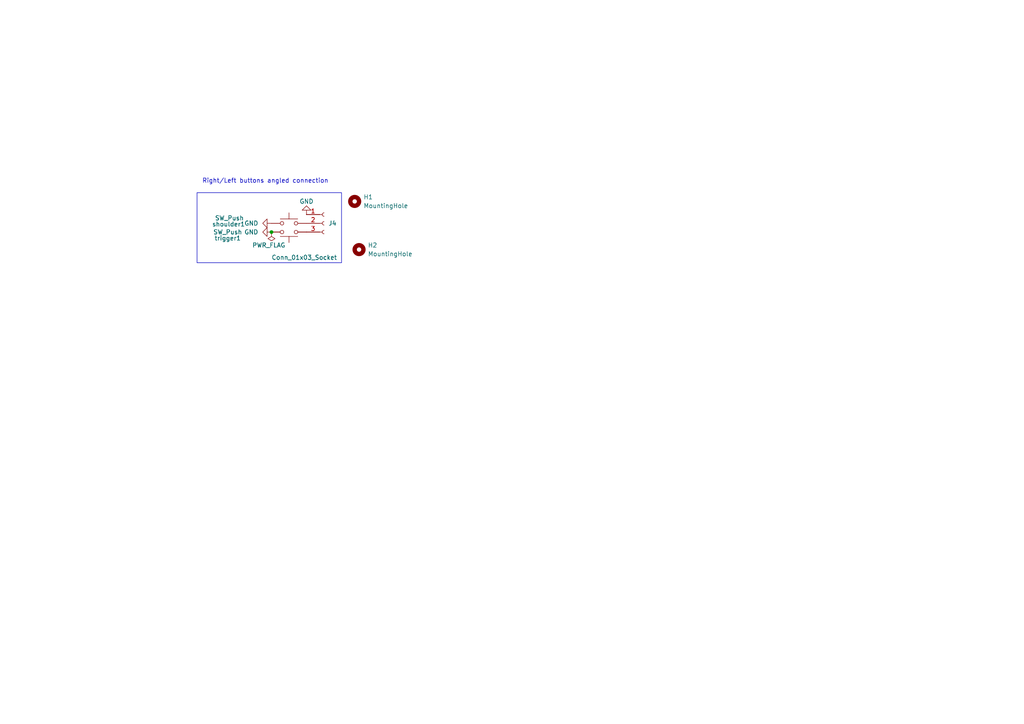
<source format=kicad_sch>
(kicad_sch (version 20250114) (generator "eeschema") (generator_version "9.0")
  (paper "A4")
  (title_block (title "STM32 HID Controller PCB") (date "1/7/26") (rev "0.1"))
  (lib_symbols
    (symbol "Connector:Conn_01x03_Socket" (pin_names (offset 1.016) (hide yes))
      (property "Reference" "J" (at 0 5.08 0))
      (property "Value" "Conn_01x03_Socket" (at 0 -5.08 0))
      (symbol "Conn_01x03_Socket_1_1"
        (polyline (pts (xy -1.27 2.54) (xy -0.508 2.54)) (stroke (width 0.1524)))
        (polyline (pts (xy -1.27 0) (xy -0.508 0)) (stroke (width 0.1524)))
        (polyline (pts (xy -1.27 -2.54) (xy -0.508 -2.54)) (stroke (width 0.1524)))
        (arc (start 0 2.032) (mid -0.5058 2.54) (end 0 3.048) (stroke (width 0.1524)))
        (arc (start 0 -0.508) (mid -0.5058 0) (end 0 0.508) (stroke (width 0.1524)))
        (arc (start 0 -3.048) (mid -0.5058 -2.54) (end 0 -2.032) (stroke (width 0.1524)))
        (pin passive line (at -5.08 2.54 0) (length 3.81) (name "Pin_1") (number "1"))
        (pin passive line (at -5.08 0 0) (length 3.81) (name "Pin_2") (number "2"))
        (pin passive line (at -5.08 -2.54 0) (length 3.81) (name "Pin_3") (number "3"))
      )
    )
    (symbol "Mechanical:MountingHole" (pin_names (offset 1.016)) (in_bom no)
      (property "Reference" "H" (at 0 5.08 0))
      (property "Value" "MountingHole" (at 0 3.175 0))
      (symbol "MountingHole_0_1"
        (circle (center 0 0) (radius 1.27) (stroke (width 1.27)))
      )
    )
    (symbol "Switch:SW_Push" (pin_numbers (hide yes)) (pin_names (offset 1.016) (hide yes))
      (property "Reference" "SW" (at 1.27 2.54 0))
      (property "Value" "SW_Push" (at 0 -1.524 0))
      (symbol "SW_Push_0_1"
        (circle (center -2.032 0) (radius 0.508))
        (polyline (pts (xy 0 1.27) (xy 0 3.048)))
        (circle (center 2.032 0) (radius 0.508))
        (polyline (pts (xy 2.54 1.27) (xy -2.54 1.27)))
        (pin passive line (at -5.08 0 0) (length 2.54) (name "1") (number "1"))
        (pin passive line (at 5.08 0 180) (length 2.54) (name "2") (number "2"))
      )
    )
    (symbol "power:GND" (power) (pin_numbers (hide yes)) (pin_names (offset 0) (hide yes))
      (property "Value" "GND" (at 0 -3.81 0))
      (symbol "GND_0_1"
        (polyline (pts (xy 0 0) (xy 0 -1.27) (xy 1.27 -1.27) (xy 0 -2.54) (xy -1.27 -1.27) (xy 0 -1.27)))
      )
      (symbol "GND_1_1"
        (pin power_in line (at 0 0 270) (length 0) (name "~") (number "1"))
      )
    )
    (symbol "power:PWR_FLAG" (power) (pin_numbers (hide yes)) (pin_names (offset 0) (hide yes))
      (property "Value" "PWR_FLAG" (at 0 3.81 0))
      (symbol "PWR_FLAG_0_0"
        (pin power_out line (at 0 0 90) (length 0) (name "~") (number "1"))
      )
      (symbol "PWR_FLAG_0_1"
        (polyline (pts (xy 0 0) (xy 0 1.27) (xy -1.016 1.905) (xy 0 2.54) (xy 1.016 1.905) (xy 0 1.27)))
      )
    )
  )
  (rectangle (start 57.15 55.88) (end 99.06 76.2))
  (text "Right/Left buttons angled connection\n" (at 76.962 52.578 0) (effects (font (size 1.27 1.27))))
  (junction (at 78.74 67.31))
  (symbol (lib_id "power:GND") (at 78.74 64.77 270) (unit 1)
    (property "Reference" "#PWR054" (effects (hide yes)))
    (property "Value" "GND" (at 72.898 64.77 90))
    (property "Description" "Power symbol creates a global label with name \"GND\" , ground" (effects (hide yes)))
  )
  (symbol (lib_id "Switch:SW_Push") (at 83.82 64.77 0) (mirror y) (unit 1)
    (property "Reference" "shoulder1" (at 66.294 65.024 0))
    (property "Value" "SW_Push" (at 66.548 63.246 0))
    (property "Footprint" "Button_Switch_THT:SW_PUSH-12mm_Wuerth-430476085716" (effects (hide yes)))
    (property "Description" "Push button switch, generic, two pins" (effects (hide yes)))
  )
  (symbol (lib_id "power:GND") (at 88.9 62.23 180) (unit 1)
    (property "Reference" "#PWR053" (effects (hide yes)))
    (property "Value" "GND" (at 88.9 58.42 0))
    (property "Description" "Power symbol creates a global label with name \"GND\" , ground" (effects (hide yes)))
  )
  (symbol (lib_id "Switch:SW_Push") (at 83.82 67.31 0) (mirror x) (unit 1)
    (property "Reference" "trigger1" (at 66.04 69.088 0))
    (property "Value" "SW_Push" (at 66.04 67.31 0))
    (property "Footprint" "Button_Switch_THT:SW_DIP_SPSTx01_Piano_10.8x4.1mm_W7.62mm_P2.54mm" (effects (hide yes)))
    (property "Description" "Push button switch, generic, two pins" (effects (hide yes)))
  )
  (symbol (lib_id "power:GND") (at 78.74 67.31 270) (unit 1)
    (property "Reference" "#PWR018" (effects (hide yes)))
    (property "Value" "GND" (at 74.93 67.3099 90) (effects (justify right)))
    (property "Description" "Power symbol creates a global label with name \"GND\" , ground" (effects (hide yes)))
  )
  (symbol (lib_id "Mechanical:MountingHole") (at 102.87 58.42 0) (unit 1) (in_bom no)
    (property "Reference" "H1" (at 105.41 57.1499 0) (effects (justify left)))
    (property "Value" "MountingHole" (at 105.41 59.6899 0) (effects (justify left)))
    (property "Footprint" "MountingHole:MountingHole_2.2mm_M2" (effects (hide yes)))
    (property "Description" "Mounting Hole without connection" (effects (hide yes)))
  )
  (symbol (lib_id "power:PWR_FLAG") (at 78.74 67.31 0) (mirror x) (unit 1)
    (property "Reference" "#FLG01" (effects (hide yes)))
    (property "Value" "PWR_FLAG" (at 77.978 71.12 0))
    (property "Description" "Special symbol for telling ERC where power comes from" (effects (hide yes)))
  )
  (symbol (lib_id "Mechanical:MountingHole") (at 104.14 72.39 0) (unit 1) (in_bom no)
    (property "Reference" "H2" (at 106.68 71.1199 0) (effects (justify left)))
    (property "Value" "MountingHole" (at 106.68 73.6599 0) (effects (justify left)))
    (property "Footprint" "MountingHole:MountingHole_2.2mm_M2" (effects (hide yes)))
    (property "Description" "Mounting Hole without connection" (effects (hide yes)))
  )
  (symbol (lib_id "Connector:Conn_01x03_Socket") (at 93.98 64.77 0) (unit 1)
    (property "Reference" "J4" (at 95.25 64.77 0) (effects (justify left)))
    (property "Value" "Conn_01x03_Socket" (at 78.74 74.676 0) (effects (justify left)))
    (property "Footprint" "Connector_JST:JST_EH_S3B-EH_1x03_P2.50mm_Horizontal" (effects (hide yes)))
    (property "Description" "Generic connector, single row, 01x03, script generated" (effects (hide yes)))
  )
)
</source>
